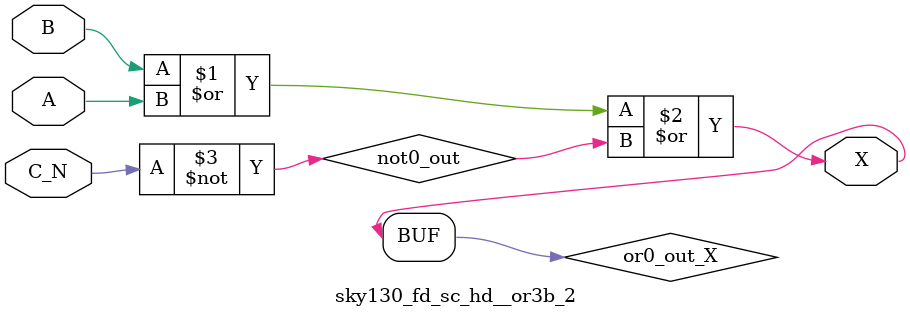
<source format=v>
/*
 * Copyright 2020 The SkyWater PDK Authors
 *
 * Licensed under the Apache License, Version 2.0 (the "License");
 * you may not use this file except in compliance with the License.
 * You may obtain a copy of the License at
 *
 *     https://www.apache.org/licenses/LICENSE-2.0
 *
 * Unless required by applicable law or agreed to in writing, software
 * distributed under the License is distributed on an "AS IS" BASIS,
 * WITHOUT WARRANTIES OR CONDITIONS OF ANY KIND, either express or implied.
 * See the License for the specific language governing permissions and
 * limitations under the License.
 *
 * SPDX-License-Identifier: Apache-2.0
*/


`ifndef SKY130_FD_SC_HD__OR3B_2_FUNCTIONAL_V
`define SKY130_FD_SC_HD__OR3B_2_FUNCTIONAL_V

/**
 * or3b: 3-input OR, first input inverted.
 *
 * Verilog simulation functional model.
 */

`timescale 1ns / 1ps
`default_nettype none

`celldefine
module sky130_fd_sc_hd__or3b_2 (
    X  ,
    A  ,
    B  ,
    C_N
);

    // Module ports
    output X  ;
    input  A  ;
    input  B  ;
    input  C_N;

    // Local signals
    wire not0_out ;
    wire or0_out_X;

    //  Name  Output     Other arguments
    not not0 (not0_out , C_N            );
    or  or0  (or0_out_X, B, A, not0_out );
    buf buf0 (X        , or0_out_X      );

endmodule
`endcelldefine

`default_nettype wire
`endif  // SKY130_FD_SC_HD__OR3B_2_FUNCTIONAL_V

</source>
